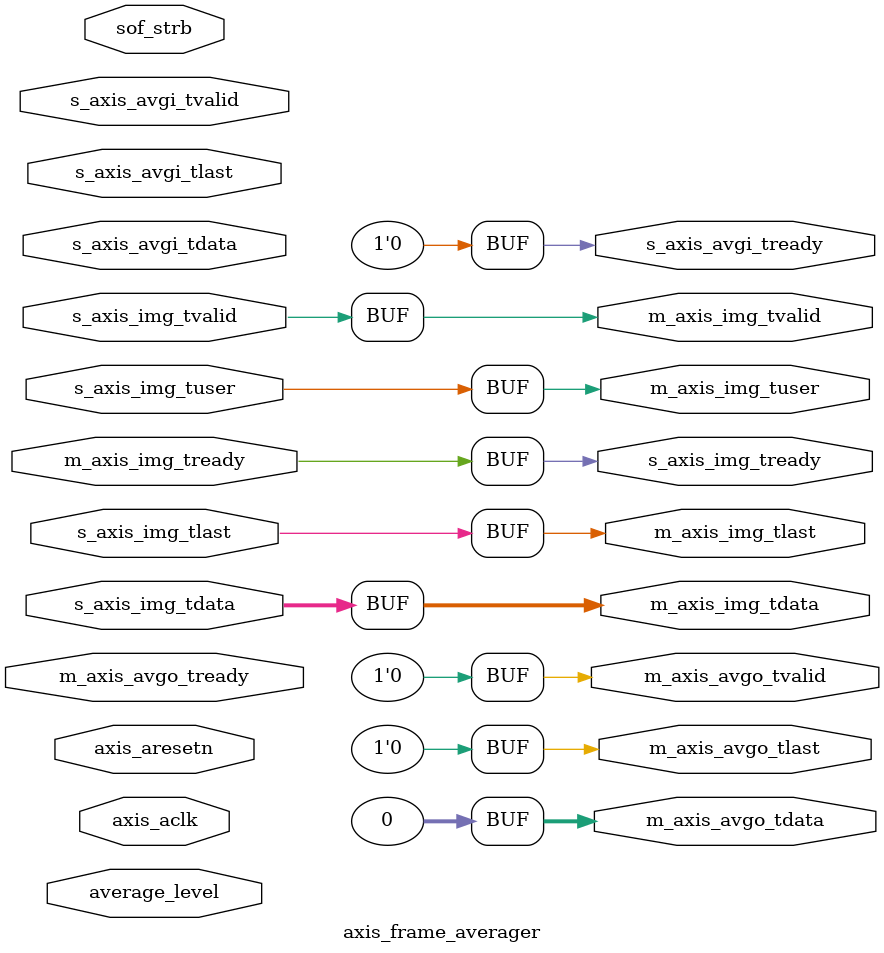
<source format=v>

/* 
 * ----------------------------------------------------------------------------
 *  Project:  OpenIRV
 *  Filename: axis_frame_averager.v
 *  Purpose:  AXI4-Stream frame averaging module. Averaging buffer can be
 *            located in any external memory.
 * ----------------------------------------------------------------------------
 *  Copyright © 2020-2021, Vaagn Oganesyan <ovgn@protonmail.com>
 *  
 *  Licensed under the Apache License, Version 2.0 (the "License");
 *  you may not use this file except in compliance with the License.
 *  You may obtain a copy of the License at
 *  
 *      http://www.apache.org/licenses/LICENSE-2.0
 *  
 *  Unless required by applicable law or agreed to in writing, software
 *  distributed under the License is distributed on an "AS IS" BASIS,
 *  WITHOUT WARRANTIES OR CONDITIONS OF ANY KIND, either express or implied.
 *  See the License for the specific language governing permissions and
 * ----------------------------------------------------------------------------
 */


`default_nettype none
`timescale 1ps / 1ps


module axis_frame_averager #
(
    parameter   AVERAGER_BYPASS = 1
)
(
    (* X_INTERFACE_PARAMETER = "XIL_INTERFACENAME RSTIF, POLARITY ACTIVE_LOW" *)
    (* X_INTERFACE_INFO = "xilinx.com:signal:reset:1.0 RSTIF RST" *)
    input   wire            axis_aresetn,
    
    (* X_INTERFACE_PARAMETER = "XIL_INTERFACENAME CLKIF, ASSOCIATED_BUSIF S_AXIS_AVGI:M_AXIS_AVGO:S_AXIS_IMG:M_AXIS_IMG, ASSOCIATED_RESET axis_aresetn" *)
    (* X_INTERFACE_INFO = "xilinx.com:signal:clock:1.0 CLKIF CLK" *)
    input   wire            axis_aclk,
    
    input   wire    [2:0]   average_level,
    input   wire            sof_strb,
    
    (* X_INTERFACE_PARAMETER = "XIL_INTERFACENAME S_AXIS_AVGI, TDATA_NUM_BYTES 4, TDEST_WIDTH 0, TID_WIDTH 0, TUSER_WIDTH 0, HAS_TREADY 1, HAS_TSTRB 0, HAS_TKEEP 0, HAS_TLAST 1" *)
    (* X_INTERFACE_INFO = "xilinx.com:interface:axis:1.0 S_AXIS_AVGI TDATA"  *) input   wire    [31:0]  s_axis_avgi_tdata,
    (* X_INTERFACE_INFO = "xilinx.com:interface:axis:1.0 S_AXIS_AVGI TVALID" *) input   wire            s_axis_avgi_tvalid,
    (* X_INTERFACE_INFO = "xilinx.com:interface:axis:1.0 S_AXIS_AVGI TREADY" *) output  wire            s_axis_avgi_tready,
    (* X_INTERFACE_INFO = "xilinx.com:interface:axis:1.0 S_AXIS_AVGI TLAST"  *) input   wire            s_axis_avgi_tlast,
    
    (* X_INTERFACE_PARAMETER = "XIL_INTERFACENAME M_AXIS_AVGO, TDATA_NUM_BYTES 4, TDEST_WIDTH 0, TID_WIDTH 0, TUSER_WIDTH 0, HAS_TREADY 1, HAS_TSTRB 0, HAS_TKEEP 0, HAS_TLAST 1" *)
    (* X_INTERFACE_INFO = "xilinx.com:interface:axis:1.0 M_AXIS_AVGO TDATA"  *) output  wire    [31:0]  m_axis_avgo_tdata,
    (* X_INTERFACE_INFO = "xilinx.com:interface:axis:1.0 M_AXIS_AVGO TVALID" *) output  wire            m_axis_avgo_tvalid,
    (* X_INTERFACE_INFO = "xilinx.com:interface:axis:1.0 M_AXIS_AVGO TREADY" *) input   wire            m_axis_avgo_tready,
    (* X_INTERFACE_INFO = "xilinx.com:interface:axis:1.0 M_AXIS_AVGO TLAST"  *) output  wire            m_axis_avgo_tlast,
    
    (* X_INTERFACE_PARAMETER = "XIL_INTERFACENAME S_AXIS_IMG, TDATA_NUM_BYTES 4, TDEST_WIDTH 0, TID_WIDTH 0, TUSER_WIDTH 1, HAS_TREADY 1, HAS_TSTRB 0, HAS_TKEEP 0, HAS_TLAST 1" *)
    (* X_INTERFACE_INFO = "xilinx.com:interface:axis:1.0 S_AXIS_IMG TDATA"  *)  input   wire    [31:0]  s_axis_img_tdata,
    (* X_INTERFACE_INFO = "xilinx.com:interface:axis:1.0 S_AXIS_IMG TVALID" *)  input   wire            s_axis_img_tvalid,
    (* X_INTERFACE_INFO = "xilinx.com:interface:axis:1.0 S_AXIS_IMG TREADY" *)  output  wire            s_axis_img_tready,
    (* X_INTERFACE_INFO = "xilinx.com:interface:axis:1.0 S_AXIS_IMG TLAST"  *)  input   wire            s_axis_img_tlast,
    (* X_INTERFACE_INFO = "xilinx.com:interface:axis:1.0 S_AXIS_IMG TUSER"  *)  input   wire            s_axis_img_tuser,
    
    (* X_INTERFACE_PARAMETER = "XIL_INTERFACENAME M_AXIS_IMG, TDATA_NUM_BYTES 4, TDEST_WIDTH 0, TID_WIDTH 0, TUSER_WIDTH 1, HAS_TREADY 1, HAS_TSTRB 0, HAS_TKEEP 0, HAS_TLAST 1" *)
    (* X_INTERFACE_INFO = "xilinx.com:interface:axis:1.0 M_AXIS_IMG TDATA"  *)  output  wire    [31:0]  m_axis_img_tdata,
    (* X_INTERFACE_INFO = "xilinx.com:interface:axis:1.0 M_AXIS_IMG TVALID" *)  output  wire            m_axis_img_tvalid,
    (* X_INTERFACE_INFO = "xilinx.com:interface:axis:1.0 M_AXIS_IMG TREADY" *)  input   wire            m_axis_img_tready,
    (* X_INTERFACE_INFO = "xilinx.com:interface:axis:1.0 M_AXIS_IMG TLAST"  *)  output  wire            m_axis_img_tlast,
    (* X_INTERFACE_INFO = "xilinx.com:interface:axis:1.0 M_AXIS_IMG TUSER"  *)  output  wire            m_axis_img_tuser
);
    
    localparam  DSP_PIPE_DELAY = 4;
    
/*-------------------------------------------------------------------------------------------------------------------------------------*/
    
    generate
    if (AVERAGER_BYPASS == 0) begin
        
        reg                 avg_pix_tvalid  = 1'b0;
        reg         [6:0]   avg_frame_cnt   = 7'd0;
        reg         [6:0]   avg_ref_value   = 7'd0;
        reg         [2:0]   average_level_1 = 3'd0;
        
        reg         [31:0]  dsp_C_mask = {32{1'b0}};
        
        always @(posedge axis_aclk) begin
            if (~axis_aresetn) begin
                avg_pix_tvalid <= 1'b0;
                dsp_C_mask <= {32{1'b0}};
            end else begin
                if (sof_strb) begin
                    if (average_level_1 != 3'd0) begin
                        if (avg_frame_cnt == 7'd0) begin
                            avg_pix_tvalid  <= 1'b0;
                            avg_frame_cnt   <= avg_frame_cnt + 1'b1;
                            average_level_1 <= average_level;
                            dsp_C_mask      <= {32{1'b0}};
                        end else begin
                            if (avg_frame_cnt == avg_ref_value) begin
                                avg_pix_tvalid <= 1'b1;
                                avg_frame_cnt  <= 7'd0;
                            end else begin
                                avg_pix_tvalid <= 1'b0;
                                avg_frame_cnt  <= avg_frame_cnt + 1'b1;
                            end
                            
                            dsp_C_mask <= {32{1'b1}};
                        end
                    end else begin
                        average_level_1 <= average_level;
                        avg_pix_tvalid  <= 1'b1;
                        avg_frame_cnt   <= 7'd0;
                        dsp_C_mask      <= {32{1'b0}};
                    end
                end
            end
        end

/*-------------------------------------------------------------------------------------------------------------------------------------*/

        wire    [15:0]  m_axis_wcd_tdata;
        wire            m_axis_wcd_tvalid;
        wire            m_axis_wcd_tready;
        wire            m_axis_wcd_tlast;
        wire    [1:0]   m_axis_wcd_tuser;


        AXIS_WC_4_TO_2 AXIS_WC_4_TO_2_inst
        (
            .aclk           ( axis_aclk                  ),     // input wire aclk
            .aresetn        ( axis_aresetn               ),     // input wire aresetn
            
            .s_axis_tvalid  ( s_axis_img_tvalid          ),     // input wire s_axis_tvalid
            .s_axis_tready  ( s_axis_img_tready          ),     // output wire s_axis_tready
            .s_axis_tdata   ( s_axis_img_tdata           ),     // input wire [31 : 0] s_axis_tdata
            .s_axis_tlast   ( s_axis_img_tlast           ),     // input wire s_axis_tlast
            .s_axis_tuser   ( {s_axis_img_tuser, 3'b000} ),     // input wire [3 : 0] s_axis_tuser
            
            .m_axis_tvalid  ( m_axis_wcd_tvalid          ),     // output wire m_axis_tvalid
            .m_axis_tready  ( m_axis_wcd_tready          ),     // input wire m_axis_tready
            .m_axis_tdata   ( m_axis_wcd_tdata           ),     // output wire [15 : 0] m_axis_tdata
            .m_axis_tlast   ( m_axis_wcd_tlast           ),     // output wire m_axis_tlast
            .m_axis_tuser   ( m_axis_wcd_tuser           )      // output wire [1 : 0] m_axis_tuser
        );

/*-------------------------------------------------------------------------------------------------------------------------------------*/
        
        wire    [47:0]  dsp_P_tdata;
        wire            dsp_P_tvalid;
        wire            dsp_P_tready;
        wire            dsp_P_tlast;
        wire            dsp_P_tuser;
        
        
        /* P = (D-A)*B+C */
        axis_dsp_linear_func #
        (
            .TUSER_WIDTH(1)
        )
        axis_dsp_linear_func_inst
        (
            .axis_aclk              ( axis_aclk           ),
            .axis_aresetn           ( axis_aresetn        ),
            .dsp_func_sel           ( 1'b0                ),    // (D-A)*B+C
            
            .dsp_D_s_axis_tdata     ({{4{1'b0}}, m_axis_wcd_tdata[13:0]}),
            .dsp_D_s_axis_tvalid    ( m_axis_wcd_tvalid   ),
            .dsp_D_s_axis_tready    ( m_axis_wcd_tready   ),
            .dsp_D_s_axis_tlast     ( m_axis_wcd_tlast    ),
            .dsp_D_s_axis_tuser     ( m_axis_wcd_tuser[1] ),
            
            .dsp_A_s_axis_tdata     ( 18'd0               ),
            .dsp_A_s_axis_tvalid    ( 1'b1                ),
            .dsp_A_s_axis_tready    ( /*------NC------*/  ),
            .dsp_A_s_axis_tlast     ( 1'b1                ),
            .dsp_A_s_axis_tuser     ( 1'b0                ),
            
            .dsp_B_s_axis_tdata     ( 18'd1               ),
            .dsp_B_s_axis_tvalid    ( 1'b1                ),
            .dsp_B_s_axis_tready    ( /*------NC------*/  ),
            .dsp_B_s_axis_tlast     ( 1'b1                ),
            .dsp_B_s_axis_tuser     ( 1'b0                ),
            
            .dsp_C_s_axis_tdata     ( {{16{1'b0}}, s_axis_avgi_tdata & dsp_C_mask}),
            .dsp_C_s_axis_tvalid    ( s_axis_avgi_tvalid  ),
            .dsp_C_s_axis_tready    ( s_axis_avgi_tready  ),
            .dsp_C_s_axis_tlast     ( s_axis_avgi_tlast   ),
            .dsp_C_s_axis_tuser     ( 1'b0                ),
            
            .dsp_P_m_axis_tdata     ( dsp_P_tdata         ),
            .dsp_P_m_axis_tvalid    ( dsp_P_tvalid        ),
            .dsp_P_m_axis_tready    ( dsp_P_tready        ),
            .dsp_P_m_axis_tlast     ( dsp_P_tlast         ),
            .dsp_P_m_axis_tuser     ( dsp_P_tuser         )
        );
    
/*-------------------------------------------------------------------------------------------------------------------------------------*/
    
        wire    [31:0]  m0_axis_tdata;
        wire            m0_axis_tvalid;
        wire            m0_axis_tready;
        wire            m0_axis_tlast;
        wire            m0_axis_tuser;
        
        wire    [31:0]  m1_axis_tdata;
        wire            m1_axis_tvalid;
        wire            m1_axis_tready;
        wire            m1_axis_tlast;
        
        
        axis_2w_splitter #
        (
            .AXIS_TDATA_WIDTH (32),
            .AXIS_TUSER_WIDTH (1)
        )
        axis_2w_splitter_inst
        (
            .axis_aclk          ( axis_aclk         ),
            .axis_aresetn       ( axis_aresetn      ),
            
            .s_axis_tdata       ( dsp_P_tdata[31:0] ),
            .s_axis_tvalid      ( dsp_P_tvalid      ),
            .s_axis_tready      ( dsp_P_tready      ),
            .s_axis_tlast       ( dsp_P_tlast       ),
            .s_axis_tuser       ( dsp_P_tuser       ),
            
            .m_axis_0_tdata     ( m0_axis_tdata     ),
            .m_axis_0_tvalid    ( m0_axis_tvalid    ),
            .m_axis_0_tready    ( m0_axis_tready    ),
            .m_axis_0_tlast     ( m0_axis_tlast     ),
            .m_axis_0_tuser     ( m0_axis_tuser     ),
            
            .m_axis_1_tdata     ( m1_axis_tdata     ),
            .m_axis_1_tvalid    ( m1_axis_tvalid    ),
            .m_axis_1_tready    ( m1_axis_tready    ),
            .m_axis_1_tlast     ( m1_axis_tlast     ),
            .m_axis_1_tuser     ( /*-----NC-----*/  )
        );
    
/*-------------------------------------------------------------------------------------------------------------------------------------*/

        reg     [13:0]  avg_result;
        
        
        always @(*) begin
            case (average_level_1)
                /* No averaging */
                3'd0: begin
                    avg_ref_value = 7'd0;
                    avg_result = m0_axis_tdata[13:0];
                end
                
                /* 2x averaging */
                3'd1: begin
                    avg_ref_value = 7'd1;
                    avg_result = m0_axis_tdata[14:1];
                end
                
                /* 4x averaging */
                3'd2: begin
                    avg_ref_value = 7'd3;
                    avg_result = m0_axis_tdata[15:2];
                end
                
                /* 8x averaging */
                3'd3: begin
                    avg_ref_value = 7'd7;
                    avg_result = m0_axis_tdata[16:3];
                end
                
                /* 16x averaging */
                3'd4: begin
                    avg_ref_value = 7'd15;
                    avg_result = m0_axis_tdata[17:4];
                end
                
                /* 32x averaging */
                3'd5: begin
                    avg_ref_value = 7'd31;
                    avg_result = m0_axis_tdata[18:5];
                end
                
                /* 64x averaging */
                3'd6: begin
                    avg_ref_value = 7'd63;
                    avg_result = m0_axis_tdata[19:6];
                end
                
                /* 128x averaging */
                3'd7: begin
                    avg_ref_value = 7'd127;
                    avg_result = m0_axis_tdata[20:7];
                end
            endcase
        end

/*-------------------------------------------------------------------------------------------------------------------------------------*/
        
        wire    [31:0]  m_axis_wcu_tdata;
        wire            m_axis_wcu_tvalid;
        wire            m_axis_wcu_tready;
        wire            m_axis_wcu_tlast;
        wire    [3:0]   m_axis_wcu_tuser;
        
        
        AXIS_WC_2_TO_4 AXIS_WC_2_TO_4_inst
        (
            .aclk           ( axis_aclk                       ),    // input wire aclk
            .aresetn        ( axis_aresetn                    ),    // input wire aresetn
            
            .s_axis_tvalid  ( m0_axis_tvalid & avg_pix_tvalid ),    // input wire s_axis_tvalid
            .s_axis_tready  ( m0_axis_tready                  ),    // output wire s_axis_tready
            .s_axis_tdata   ( {{2{1'b0}}, avg_result}         ),    // input wire [15 : 0] s_axis_tdata
            .s_axis_tlast   ( m0_axis_tlast                   ),    // input wire s_axis_tlast
            .s_axis_tuser   ( {m0_axis_tuser, 1'b0}           ),    // input wire [1 : 0] s_axis_tuser
            
            .m_axis_tvalid  ( m_axis_wcu_tvalid               ),    // output wire m_axis_tvalid
            .m_axis_tready  ( m_axis_wcu_tready               ),    // input wire m_axis_tready
            .m_axis_tdata   ( m_axis_wcu_tdata                ),    // output wire [31 : 0] m_axis_tdata
            .m_axis_tkeep   ( /*------------NC------------*/  ),    // output wire [3 : 0] m_axis_tkeep
            .m_axis_tlast   ( m_axis_wcu_tlast                ),    // output wire m_axis_tlast
            .m_axis_tuser   ( m_axis_wcu_tuser                )     // output wire [3 : 0] m_axis_tuser
        );
        
/*-------------------------------------------------------------------------------------------------------------------------------------*/
        
        assign m_axis_img_tdata   = m_axis_wcu_tdata;
        assign m_axis_img_tvalid  = m_axis_wcu_tvalid;
        assign m_axis_img_tlast   = m_axis_wcu_tlast;
        assign m_axis_img_tuser   = m_axis_wcu_tuser[3];
        assign m_axis_wcu_tready  = m_axis_img_tready;
        
        assign m_axis_avgo_tdata  = m1_axis_tdata;
        assign m_axis_avgo_tvalid = m1_axis_tvalid;
        assign m_axis_avgo_tlast  = m1_axis_tlast;
        assign m1_axis_tready     = m_axis_avgo_tready;
        
    end else begin
        
        assign s_axis_avgi_tready = 1'b0;
        
        assign m_axis_avgo_tdata  = {32{1'b0}};
        assign m_axis_avgo_tvalid = 1'b0;
        assign m_axis_avgo_tlast  = 1'b0;
        
        assign m_axis_img_tdata   = s_axis_img_tdata;
        assign m_axis_img_tvalid  = s_axis_img_tvalid;
        assign m_axis_img_tlast   = s_axis_img_tlast;
        assign m_axis_img_tuser   = s_axis_img_tuser;
        assign s_axis_img_tready  = m_axis_img_tready;
        
    end
    endgenerate
    
endmodule

/*-------------------------------------------------------------------------------------------------------------------------------------*/

`default_nettype wire

</source>
